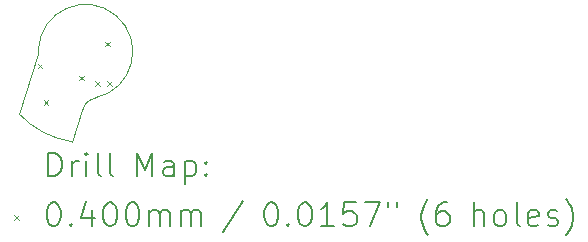
<source format=gbr>
%TF.GenerationSoftware,KiCad,Pcbnew,(7.0.0-0)*%
%TF.CreationDate,2023-05-05T14:03:47+08:00*%
%TF.ProjectId,TopPCB,546f7050-4342-42e6-9b69-6361645f7063,rev?*%
%TF.SameCoordinates,Original*%
%TF.FileFunction,Drillmap*%
%TF.FilePolarity,Positive*%
%FSLAX45Y45*%
G04 Gerber Fmt 4.5, Leading zero omitted, Abs format (unit mm)*
G04 Created by KiCad (PCBNEW (7.0.0-0)) date 2023-05-05 14:03:47*
%MOMM*%
%LPD*%
G01*
G04 APERTURE LIST*
%ADD10C,0.010000*%
%ADD11C,0.200000*%
%ADD12C,0.040000*%
G04 APERTURE END LIST*
D10*
X8083261Y-4391239D02*
X8076195Y-4392937D01*
X8069477Y-4394704D01*
X8063094Y-4396543D01*
X8057034Y-4398456D01*
X8051287Y-4400447D01*
X8045839Y-4402517D01*
X8040680Y-4404671D01*
X8035797Y-4406910D01*
X8031179Y-4409238D01*
X8026814Y-4411658D01*
X8022691Y-4414171D01*
X8018796Y-4416782D01*
X8015120Y-4419494D01*
X8011649Y-4422308D01*
X8008373Y-4425227D01*
X8005278Y-4428256D01*
X8002355Y-4431396D01*
X7999590Y-4434650D01*
X7996972Y-4438021D01*
X7994490Y-4441513D01*
X7992131Y-4445127D01*
X7989884Y-4448867D01*
X7987736Y-4452735D01*
X7985677Y-4456735D01*
X7983695Y-4460869D01*
X7981777Y-4465141D01*
X7979911Y-4469552D01*
X7978087Y-4474106D01*
X7976292Y-4478806D01*
X7974515Y-4483654D01*
X7972744Y-4488654D01*
X7970966Y-4493808D01*
X7598562Y-4001327D02*
X7598733Y-4000310D01*
X7598896Y-3999284D01*
X7599049Y-3998245D01*
X7599195Y-3997191D01*
X7599332Y-3996118D01*
X7599461Y-3995023D01*
X7599583Y-3993903D01*
X7599697Y-3992756D01*
X7599805Y-3991577D01*
X7599906Y-3990365D01*
X7600001Y-3989115D01*
X7600090Y-3987825D01*
X7600174Y-3986491D01*
X7600253Y-3985111D01*
X7600327Y-3983682D01*
X7600396Y-3982200D01*
X7436911Y-4526941D02*
G75*
G03*
X7887662Y-4762965I563089J526941D01*
G01*
X7593825Y-4019950D02*
X7436911Y-4526941D01*
X7887662Y-4762965D02*
X7970966Y-4493808D01*
X8083261Y-4391238D02*
G75*
G03*
X7600396Y-3982200I-83261J391238D01*
G01*
X7593825Y-4019950D02*
X7594261Y-4018531D01*
X7594674Y-4017161D01*
X7595067Y-4015835D01*
X7595438Y-4014552D01*
X7595790Y-4013308D01*
X7596123Y-4012099D01*
X7596437Y-4010924D01*
X7596734Y-4009778D01*
X7597014Y-4008659D01*
X7597278Y-4007565D01*
X7597526Y-4006491D01*
X7597760Y-4005434D01*
X7597979Y-4004393D01*
X7598186Y-4003363D01*
X7598379Y-4002342D01*
X7598562Y-4001327D01*
D11*
D12*
X7593722Y-4101223D02*
X7633722Y-4141223D01*
X7633722Y-4101223D02*
X7593722Y-4141223D01*
X7646000Y-4409000D02*
X7686000Y-4449000D01*
X7686000Y-4409000D02*
X7646000Y-4449000D01*
X7946485Y-4203272D02*
X7986485Y-4243272D01*
X7986485Y-4203272D02*
X7946485Y-4243272D01*
X8079000Y-4252000D02*
X8119000Y-4292000D01*
X8119000Y-4252000D02*
X8079000Y-4292000D01*
X8167569Y-3915056D02*
X8207569Y-3955056D01*
X8207569Y-3915056D02*
X8167569Y-3955056D01*
X8182636Y-4250413D02*
X8222636Y-4290413D01*
X8222636Y-4250413D02*
X8182636Y-4290413D01*
D11*
X7684030Y-5056941D02*
X7684030Y-4856941D01*
X7684030Y-4856941D02*
X7731649Y-4856941D01*
X7731649Y-4856941D02*
X7760221Y-4866465D01*
X7760221Y-4866465D02*
X7779268Y-4885513D01*
X7779268Y-4885513D02*
X7788792Y-4904561D01*
X7788792Y-4904561D02*
X7798316Y-4942656D01*
X7798316Y-4942656D02*
X7798316Y-4971227D01*
X7798316Y-4971227D02*
X7788792Y-5009322D01*
X7788792Y-5009322D02*
X7779268Y-5028370D01*
X7779268Y-5028370D02*
X7760221Y-5047418D01*
X7760221Y-5047418D02*
X7731649Y-5056941D01*
X7731649Y-5056941D02*
X7684030Y-5056941D01*
X7884030Y-5056941D02*
X7884030Y-4923608D01*
X7884030Y-4961703D02*
X7893554Y-4942656D01*
X7893554Y-4942656D02*
X7903078Y-4933132D01*
X7903078Y-4933132D02*
X7922125Y-4923608D01*
X7922125Y-4923608D02*
X7941173Y-4923608D01*
X8007840Y-5056941D02*
X8007840Y-4923608D01*
X8007840Y-4856941D02*
X7998316Y-4866465D01*
X7998316Y-4866465D02*
X8007840Y-4875989D01*
X8007840Y-4875989D02*
X8017363Y-4866465D01*
X8017363Y-4866465D02*
X8007840Y-4856941D01*
X8007840Y-4856941D02*
X8007840Y-4875989D01*
X8131649Y-5056941D02*
X8112601Y-5047418D01*
X8112601Y-5047418D02*
X8103078Y-5028370D01*
X8103078Y-5028370D02*
X8103078Y-4856941D01*
X8236411Y-5056941D02*
X8217363Y-5047418D01*
X8217363Y-5047418D02*
X8207840Y-5028370D01*
X8207840Y-5028370D02*
X8207840Y-4856941D01*
X8432602Y-5056941D02*
X8432602Y-4856941D01*
X8432602Y-4856941D02*
X8499268Y-4999799D01*
X8499268Y-4999799D02*
X8565935Y-4856941D01*
X8565935Y-4856941D02*
X8565935Y-5056941D01*
X8746887Y-5056941D02*
X8746887Y-4952180D01*
X8746887Y-4952180D02*
X8737363Y-4933132D01*
X8737363Y-4933132D02*
X8718316Y-4923608D01*
X8718316Y-4923608D02*
X8680221Y-4923608D01*
X8680221Y-4923608D02*
X8661173Y-4933132D01*
X8746887Y-5047418D02*
X8727840Y-5056941D01*
X8727840Y-5056941D02*
X8680221Y-5056941D01*
X8680221Y-5056941D02*
X8661173Y-5047418D01*
X8661173Y-5047418D02*
X8651649Y-5028370D01*
X8651649Y-5028370D02*
X8651649Y-5009322D01*
X8651649Y-5009322D02*
X8661173Y-4990275D01*
X8661173Y-4990275D02*
X8680221Y-4980751D01*
X8680221Y-4980751D02*
X8727840Y-4980751D01*
X8727840Y-4980751D02*
X8746887Y-4971227D01*
X8842125Y-4923608D02*
X8842125Y-5123608D01*
X8842125Y-4933132D02*
X8861173Y-4923608D01*
X8861173Y-4923608D02*
X8899268Y-4923608D01*
X8899268Y-4923608D02*
X8918316Y-4933132D01*
X8918316Y-4933132D02*
X8927840Y-4942656D01*
X8927840Y-4942656D02*
X8937363Y-4961703D01*
X8937363Y-4961703D02*
X8937363Y-5018846D01*
X8937363Y-5018846D02*
X8927840Y-5037894D01*
X8927840Y-5037894D02*
X8918316Y-5047418D01*
X8918316Y-5047418D02*
X8899268Y-5056941D01*
X8899268Y-5056941D02*
X8861173Y-5056941D01*
X8861173Y-5056941D02*
X8842125Y-5047418D01*
X9023078Y-5037894D02*
X9032602Y-5047418D01*
X9032602Y-5047418D02*
X9023078Y-5056941D01*
X9023078Y-5056941D02*
X9013554Y-5047418D01*
X9013554Y-5047418D02*
X9023078Y-5037894D01*
X9023078Y-5037894D02*
X9023078Y-5056941D01*
X9023078Y-4933132D02*
X9032602Y-4942656D01*
X9032602Y-4942656D02*
X9023078Y-4952180D01*
X9023078Y-4952180D02*
X9013554Y-4942656D01*
X9013554Y-4942656D02*
X9023078Y-4933132D01*
X9023078Y-4933132D02*
X9023078Y-4952180D01*
D12*
X7396411Y-5383465D02*
X7436411Y-5423465D01*
X7436411Y-5383465D02*
X7396411Y-5423465D01*
D11*
X7722125Y-5276941D02*
X7741173Y-5276941D01*
X7741173Y-5276941D02*
X7760221Y-5286465D01*
X7760221Y-5286465D02*
X7769744Y-5295989D01*
X7769744Y-5295989D02*
X7779268Y-5315037D01*
X7779268Y-5315037D02*
X7788792Y-5353132D01*
X7788792Y-5353132D02*
X7788792Y-5400751D01*
X7788792Y-5400751D02*
X7779268Y-5438846D01*
X7779268Y-5438846D02*
X7769744Y-5457894D01*
X7769744Y-5457894D02*
X7760221Y-5467418D01*
X7760221Y-5467418D02*
X7741173Y-5476941D01*
X7741173Y-5476941D02*
X7722125Y-5476941D01*
X7722125Y-5476941D02*
X7703078Y-5467418D01*
X7703078Y-5467418D02*
X7693554Y-5457894D01*
X7693554Y-5457894D02*
X7684030Y-5438846D01*
X7684030Y-5438846D02*
X7674506Y-5400751D01*
X7674506Y-5400751D02*
X7674506Y-5353132D01*
X7674506Y-5353132D02*
X7684030Y-5315037D01*
X7684030Y-5315037D02*
X7693554Y-5295989D01*
X7693554Y-5295989D02*
X7703078Y-5286465D01*
X7703078Y-5286465D02*
X7722125Y-5276941D01*
X7874506Y-5457894D02*
X7884030Y-5467418D01*
X7884030Y-5467418D02*
X7874506Y-5476941D01*
X7874506Y-5476941D02*
X7864982Y-5467418D01*
X7864982Y-5467418D02*
X7874506Y-5457894D01*
X7874506Y-5457894D02*
X7874506Y-5476941D01*
X8055459Y-5343608D02*
X8055459Y-5476941D01*
X8007840Y-5267418D02*
X7960221Y-5410275D01*
X7960221Y-5410275D02*
X8084030Y-5410275D01*
X8198316Y-5276941D02*
X8217363Y-5276941D01*
X8217363Y-5276941D02*
X8236411Y-5286465D01*
X8236411Y-5286465D02*
X8245935Y-5295989D01*
X8245935Y-5295989D02*
X8255459Y-5315037D01*
X8255459Y-5315037D02*
X8264982Y-5353132D01*
X8264982Y-5353132D02*
X8264982Y-5400751D01*
X8264982Y-5400751D02*
X8255459Y-5438846D01*
X8255459Y-5438846D02*
X8245935Y-5457894D01*
X8245935Y-5457894D02*
X8236411Y-5467418D01*
X8236411Y-5467418D02*
X8217363Y-5476941D01*
X8217363Y-5476941D02*
X8198316Y-5476941D01*
X8198316Y-5476941D02*
X8179268Y-5467418D01*
X8179268Y-5467418D02*
X8169744Y-5457894D01*
X8169744Y-5457894D02*
X8160221Y-5438846D01*
X8160221Y-5438846D02*
X8150697Y-5400751D01*
X8150697Y-5400751D02*
X8150697Y-5353132D01*
X8150697Y-5353132D02*
X8160221Y-5315037D01*
X8160221Y-5315037D02*
X8169744Y-5295989D01*
X8169744Y-5295989D02*
X8179268Y-5286465D01*
X8179268Y-5286465D02*
X8198316Y-5276941D01*
X8388792Y-5276941D02*
X8407840Y-5276941D01*
X8407840Y-5276941D02*
X8426887Y-5286465D01*
X8426887Y-5286465D02*
X8436411Y-5295989D01*
X8436411Y-5295989D02*
X8445935Y-5315037D01*
X8445935Y-5315037D02*
X8455459Y-5353132D01*
X8455459Y-5353132D02*
X8455459Y-5400751D01*
X8455459Y-5400751D02*
X8445935Y-5438846D01*
X8445935Y-5438846D02*
X8436411Y-5457894D01*
X8436411Y-5457894D02*
X8426887Y-5467418D01*
X8426887Y-5467418D02*
X8407840Y-5476941D01*
X8407840Y-5476941D02*
X8388792Y-5476941D01*
X8388792Y-5476941D02*
X8369744Y-5467418D01*
X8369744Y-5467418D02*
X8360221Y-5457894D01*
X8360221Y-5457894D02*
X8350697Y-5438846D01*
X8350697Y-5438846D02*
X8341173Y-5400751D01*
X8341173Y-5400751D02*
X8341173Y-5353132D01*
X8341173Y-5353132D02*
X8350697Y-5315037D01*
X8350697Y-5315037D02*
X8360221Y-5295989D01*
X8360221Y-5295989D02*
X8369744Y-5286465D01*
X8369744Y-5286465D02*
X8388792Y-5276941D01*
X8541173Y-5476941D02*
X8541173Y-5343608D01*
X8541173Y-5362656D02*
X8550697Y-5353132D01*
X8550697Y-5353132D02*
X8569744Y-5343608D01*
X8569744Y-5343608D02*
X8598316Y-5343608D01*
X8598316Y-5343608D02*
X8617364Y-5353132D01*
X8617364Y-5353132D02*
X8626887Y-5372180D01*
X8626887Y-5372180D02*
X8626887Y-5476941D01*
X8626887Y-5372180D02*
X8636411Y-5353132D01*
X8636411Y-5353132D02*
X8655459Y-5343608D01*
X8655459Y-5343608D02*
X8684030Y-5343608D01*
X8684030Y-5343608D02*
X8703078Y-5353132D01*
X8703078Y-5353132D02*
X8712602Y-5372180D01*
X8712602Y-5372180D02*
X8712602Y-5476941D01*
X8807840Y-5476941D02*
X8807840Y-5343608D01*
X8807840Y-5362656D02*
X8817364Y-5353132D01*
X8817364Y-5353132D02*
X8836411Y-5343608D01*
X8836411Y-5343608D02*
X8864983Y-5343608D01*
X8864983Y-5343608D02*
X8884030Y-5353132D01*
X8884030Y-5353132D02*
X8893554Y-5372180D01*
X8893554Y-5372180D02*
X8893554Y-5476941D01*
X8893554Y-5372180D02*
X8903078Y-5353132D01*
X8903078Y-5353132D02*
X8922125Y-5343608D01*
X8922125Y-5343608D02*
X8950697Y-5343608D01*
X8950697Y-5343608D02*
X8969745Y-5353132D01*
X8969745Y-5353132D02*
X8979268Y-5372180D01*
X8979268Y-5372180D02*
X8979268Y-5476941D01*
X9337364Y-5267418D02*
X9165935Y-5524561D01*
X9562125Y-5276941D02*
X9581173Y-5276941D01*
X9581173Y-5276941D02*
X9600221Y-5286465D01*
X9600221Y-5286465D02*
X9609745Y-5295989D01*
X9609745Y-5295989D02*
X9619268Y-5315037D01*
X9619268Y-5315037D02*
X9628792Y-5353132D01*
X9628792Y-5353132D02*
X9628792Y-5400751D01*
X9628792Y-5400751D02*
X9619268Y-5438846D01*
X9619268Y-5438846D02*
X9609745Y-5457894D01*
X9609745Y-5457894D02*
X9600221Y-5467418D01*
X9600221Y-5467418D02*
X9581173Y-5476941D01*
X9581173Y-5476941D02*
X9562125Y-5476941D01*
X9562125Y-5476941D02*
X9543078Y-5467418D01*
X9543078Y-5467418D02*
X9533554Y-5457894D01*
X9533554Y-5457894D02*
X9524030Y-5438846D01*
X9524030Y-5438846D02*
X9514506Y-5400751D01*
X9514506Y-5400751D02*
X9514506Y-5353132D01*
X9514506Y-5353132D02*
X9524030Y-5315037D01*
X9524030Y-5315037D02*
X9533554Y-5295989D01*
X9533554Y-5295989D02*
X9543078Y-5286465D01*
X9543078Y-5286465D02*
X9562125Y-5276941D01*
X9714506Y-5457894D02*
X9724030Y-5467418D01*
X9724030Y-5467418D02*
X9714506Y-5476941D01*
X9714506Y-5476941D02*
X9704983Y-5467418D01*
X9704983Y-5467418D02*
X9714506Y-5457894D01*
X9714506Y-5457894D02*
X9714506Y-5476941D01*
X9847840Y-5276941D02*
X9866887Y-5276941D01*
X9866887Y-5276941D02*
X9885935Y-5286465D01*
X9885935Y-5286465D02*
X9895459Y-5295989D01*
X9895459Y-5295989D02*
X9904983Y-5315037D01*
X9904983Y-5315037D02*
X9914506Y-5353132D01*
X9914506Y-5353132D02*
X9914506Y-5400751D01*
X9914506Y-5400751D02*
X9904983Y-5438846D01*
X9904983Y-5438846D02*
X9895459Y-5457894D01*
X9895459Y-5457894D02*
X9885935Y-5467418D01*
X9885935Y-5467418D02*
X9866887Y-5476941D01*
X9866887Y-5476941D02*
X9847840Y-5476941D01*
X9847840Y-5476941D02*
X9828792Y-5467418D01*
X9828792Y-5467418D02*
X9819268Y-5457894D01*
X9819268Y-5457894D02*
X9809745Y-5438846D01*
X9809745Y-5438846D02*
X9800221Y-5400751D01*
X9800221Y-5400751D02*
X9800221Y-5353132D01*
X9800221Y-5353132D02*
X9809745Y-5315037D01*
X9809745Y-5315037D02*
X9819268Y-5295989D01*
X9819268Y-5295989D02*
X9828792Y-5286465D01*
X9828792Y-5286465D02*
X9847840Y-5276941D01*
X10104983Y-5476941D02*
X9990697Y-5476941D01*
X10047840Y-5476941D02*
X10047840Y-5276941D01*
X10047840Y-5276941D02*
X10028792Y-5305513D01*
X10028792Y-5305513D02*
X10009745Y-5324561D01*
X10009745Y-5324561D02*
X9990697Y-5334084D01*
X10285935Y-5276941D02*
X10190697Y-5276941D01*
X10190697Y-5276941D02*
X10181173Y-5372180D01*
X10181173Y-5372180D02*
X10190697Y-5362656D01*
X10190697Y-5362656D02*
X10209745Y-5353132D01*
X10209745Y-5353132D02*
X10257364Y-5353132D01*
X10257364Y-5353132D02*
X10276411Y-5362656D01*
X10276411Y-5362656D02*
X10285935Y-5372180D01*
X10285935Y-5372180D02*
X10295459Y-5391227D01*
X10295459Y-5391227D02*
X10295459Y-5438846D01*
X10295459Y-5438846D02*
X10285935Y-5457894D01*
X10285935Y-5457894D02*
X10276411Y-5467418D01*
X10276411Y-5467418D02*
X10257364Y-5476941D01*
X10257364Y-5476941D02*
X10209745Y-5476941D01*
X10209745Y-5476941D02*
X10190697Y-5467418D01*
X10190697Y-5467418D02*
X10181173Y-5457894D01*
X10362126Y-5276941D02*
X10495459Y-5276941D01*
X10495459Y-5276941D02*
X10409745Y-5476941D01*
X10562126Y-5276941D02*
X10562126Y-5315037D01*
X10638316Y-5276941D02*
X10638316Y-5315037D01*
X10901173Y-5553132D02*
X10891649Y-5543608D01*
X10891649Y-5543608D02*
X10872602Y-5515037D01*
X10872602Y-5515037D02*
X10863078Y-5495989D01*
X10863078Y-5495989D02*
X10853554Y-5467418D01*
X10853554Y-5467418D02*
X10844030Y-5419799D01*
X10844030Y-5419799D02*
X10844030Y-5381703D01*
X10844030Y-5381703D02*
X10853554Y-5334084D01*
X10853554Y-5334084D02*
X10863078Y-5305513D01*
X10863078Y-5305513D02*
X10872602Y-5286465D01*
X10872602Y-5286465D02*
X10891649Y-5257894D01*
X10891649Y-5257894D02*
X10901173Y-5248370D01*
X11063078Y-5276941D02*
X11024983Y-5276941D01*
X11024983Y-5276941D02*
X11005935Y-5286465D01*
X11005935Y-5286465D02*
X10996411Y-5295989D01*
X10996411Y-5295989D02*
X10977364Y-5324561D01*
X10977364Y-5324561D02*
X10967840Y-5362656D01*
X10967840Y-5362656D02*
X10967840Y-5438846D01*
X10967840Y-5438846D02*
X10977364Y-5457894D01*
X10977364Y-5457894D02*
X10986887Y-5467418D01*
X10986887Y-5467418D02*
X11005935Y-5476941D01*
X11005935Y-5476941D02*
X11044030Y-5476941D01*
X11044030Y-5476941D02*
X11063078Y-5467418D01*
X11063078Y-5467418D02*
X11072602Y-5457894D01*
X11072602Y-5457894D02*
X11082126Y-5438846D01*
X11082126Y-5438846D02*
X11082126Y-5391227D01*
X11082126Y-5391227D02*
X11072602Y-5372180D01*
X11072602Y-5372180D02*
X11063078Y-5362656D01*
X11063078Y-5362656D02*
X11044030Y-5353132D01*
X11044030Y-5353132D02*
X11005935Y-5353132D01*
X11005935Y-5353132D02*
X10986887Y-5362656D01*
X10986887Y-5362656D02*
X10977364Y-5372180D01*
X10977364Y-5372180D02*
X10967840Y-5391227D01*
X11287840Y-5476941D02*
X11287840Y-5276941D01*
X11373554Y-5476941D02*
X11373554Y-5372180D01*
X11373554Y-5372180D02*
X11364030Y-5353132D01*
X11364030Y-5353132D02*
X11344983Y-5343608D01*
X11344983Y-5343608D02*
X11316411Y-5343608D01*
X11316411Y-5343608D02*
X11297364Y-5353132D01*
X11297364Y-5353132D02*
X11287840Y-5362656D01*
X11497364Y-5476941D02*
X11478316Y-5467418D01*
X11478316Y-5467418D02*
X11468792Y-5457894D01*
X11468792Y-5457894D02*
X11459268Y-5438846D01*
X11459268Y-5438846D02*
X11459268Y-5381703D01*
X11459268Y-5381703D02*
X11468792Y-5362656D01*
X11468792Y-5362656D02*
X11478316Y-5353132D01*
X11478316Y-5353132D02*
X11497364Y-5343608D01*
X11497364Y-5343608D02*
X11525935Y-5343608D01*
X11525935Y-5343608D02*
X11544983Y-5353132D01*
X11544983Y-5353132D02*
X11554506Y-5362656D01*
X11554506Y-5362656D02*
X11564030Y-5381703D01*
X11564030Y-5381703D02*
X11564030Y-5438846D01*
X11564030Y-5438846D02*
X11554506Y-5457894D01*
X11554506Y-5457894D02*
X11544983Y-5467418D01*
X11544983Y-5467418D02*
X11525935Y-5476941D01*
X11525935Y-5476941D02*
X11497364Y-5476941D01*
X11678316Y-5476941D02*
X11659268Y-5467418D01*
X11659268Y-5467418D02*
X11649745Y-5448370D01*
X11649745Y-5448370D02*
X11649745Y-5276941D01*
X11830697Y-5467418D02*
X11811649Y-5476941D01*
X11811649Y-5476941D02*
X11773554Y-5476941D01*
X11773554Y-5476941D02*
X11754506Y-5467418D01*
X11754506Y-5467418D02*
X11744983Y-5448370D01*
X11744983Y-5448370D02*
X11744983Y-5372180D01*
X11744983Y-5372180D02*
X11754506Y-5353132D01*
X11754506Y-5353132D02*
X11773554Y-5343608D01*
X11773554Y-5343608D02*
X11811649Y-5343608D01*
X11811649Y-5343608D02*
X11830697Y-5353132D01*
X11830697Y-5353132D02*
X11840221Y-5372180D01*
X11840221Y-5372180D02*
X11840221Y-5391227D01*
X11840221Y-5391227D02*
X11744983Y-5410275D01*
X11916411Y-5467418D02*
X11935459Y-5476941D01*
X11935459Y-5476941D02*
X11973554Y-5476941D01*
X11973554Y-5476941D02*
X11992602Y-5467418D01*
X11992602Y-5467418D02*
X12002126Y-5448370D01*
X12002126Y-5448370D02*
X12002126Y-5438846D01*
X12002126Y-5438846D02*
X11992602Y-5419799D01*
X11992602Y-5419799D02*
X11973554Y-5410275D01*
X11973554Y-5410275D02*
X11944983Y-5410275D01*
X11944983Y-5410275D02*
X11925935Y-5400751D01*
X11925935Y-5400751D02*
X11916411Y-5381703D01*
X11916411Y-5381703D02*
X11916411Y-5372180D01*
X11916411Y-5372180D02*
X11925935Y-5353132D01*
X11925935Y-5353132D02*
X11944983Y-5343608D01*
X11944983Y-5343608D02*
X11973554Y-5343608D01*
X11973554Y-5343608D02*
X11992602Y-5353132D01*
X12068792Y-5553132D02*
X12078316Y-5543608D01*
X12078316Y-5543608D02*
X12097364Y-5515037D01*
X12097364Y-5515037D02*
X12106887Y-5495989D01*
X12106887Y-5495989D02*
X12116411Y-5467418D01*
X12116411Y-5467418D02*
X12125935Y-5419799D01*
X12125935Y-5419799D02*
X12125935Y-5381703D01*
X12125935Y-5381703D02*
X12116411Y-5334084D01*
X12116411Y-5334084D02*
X12106887Y-5305513D01*
X12106887Y-5305513D02*
X12097364Y-5286465D01*
X12097364Y-5286465D02*
X12078316Y-5257894D01*
X12078316Y-5257894D02*
X12068792Y-5248370D01*
M02*

</source>
